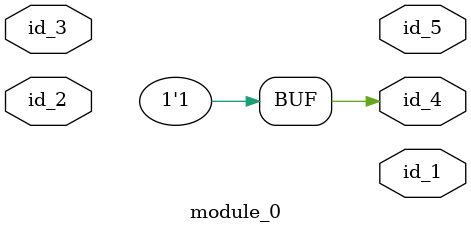
<source format=v>
module module_0 (
    id_1,
    id_2,
    id_3,
    id_4,
    id_5
);
  output id_5;
  output id_4;
  input id_3;
  inout id_2;
  output id_1;
  assign id_4 = 1;
endmodule

</source>
